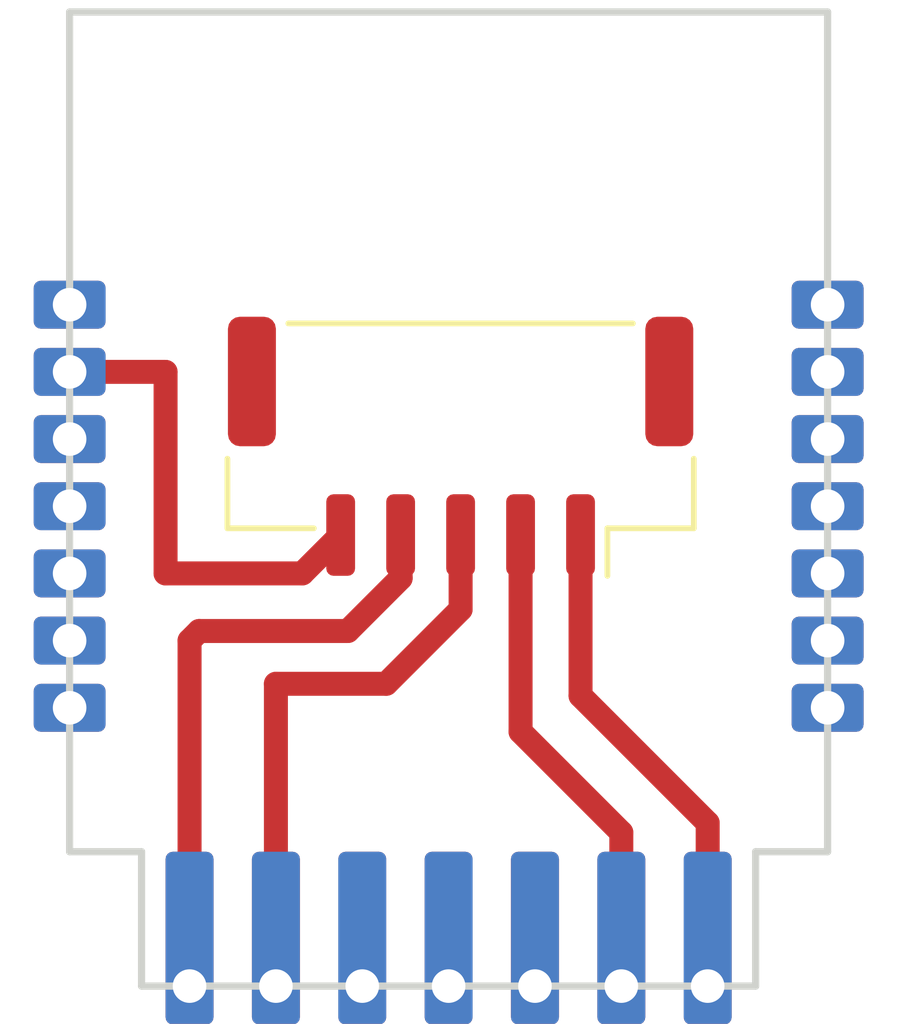
<source format=kicad_pcb>
(kicad_pcb (version 20241229) (generator "pcbnew") (generator_version "9.0")
  (layers (0 "F.Cu" signal) (2 "B.Cu" signal) (13 "F.Paste" user) (15 "B.Paste" user) (5 "F.SilkS" user "F.Silkscreen") (7 "B.SilkS" user "B.Silkscreen") (1 "F.Mask" user) (3 "B.Mask" user) (25 "Edge.Cuts" user))
  (net 0 "")
  (net 9 "Net-(J2-Pin_1)")
  (net 15 "Net-(J2-Pin_5)")
  (net 20 "Net-(J2-Pin_4)")
  (net 22 "Net-(J2-Pin_3)")
  (net 23 "Net-(J2-Pin_2)")
  (footprint "Connector_JST:JST_GH_SM05B-GHS-TB_1x05-1MP_P1.25mm_Horizontal" (layer "F.Cu") (at 108.35 108.6 180)
    (property "Reference" "J2" (hide yes))
    (property "Value" "Conn_01x05_MountingPin")
    (fp_line (start 4.86 -0.26) (end 4.86 -1.71) (stroke (width 0.12)) (layer "F.SilkS"))
    (fp_line (start 4.86 -1.71) (end 3.06 -1.71) (stroke (width 0.12)) (layer "F.SilkS"))
    (fp_line (start -3.06 -1.71) (end -3.06 -2.7) (stroke (width 0.12)) (layer "F.SilkS"))
    (fp_line (start -3.59 2.56) (end 3.59 2.56) (stroke (width 0.12)) (layer "F.SilkS"))
    (fp_line (start -4.86 -0.26) (end -4.86 -1.71) (stroke (width 0.12)) (layer "F.SilkS"))
    (fp_line (start -4.86 -1.71) (end -3.06 -1.71) (stroke (width 0.12)) (layer "F.SilkS"))
    (pad "1" smd roundrect (at -2.5 -1.85 180) (size 0.6 1.7) (layers "F.Cu" "F.Mask" "F.Paste") (net 9 "Net-(J2-Pin_1)"))
    (pad "2" smd roundrect (at -1.25 -1.85 180) (size 0.6 1.7) (layers "F.Cu" "F.Mask" "F.Paste") (net 23 "Net-(J2-Pin_2)"))
    (pad "3" smd roundrect (at 0 -1.85 180) (size 0.6 1.7) (layers "F.Cu" "F.Mask" "F.Paste") (net 22 "Net-(J2-Pin_3)"))
    (pad "4" smd roundrect (at 1.25 -1.85 180) (size 0.6 1.7) (layers "F.Cu" "F.Mask" "F.Paste") (net 20 "Net-(J2-Pin_4)"))
    (pad "5" smd roundrect (at 2.5 -1.85 180) (size 0.6 1.7) (layers "F.Cu" "F.Mask" "F.Paste") (net 15 "Net-(J2-Pin_5)"))
    (pad "MP" smd roundrect (at -4.35 1.35 180) (size 1 2.7) (layers "F.Cu" "F.Mask" "F.Paste"))
    (pad "MP" smd roundrect (at 4.35 1.35 180) (size 1 2.7) (layers "F.Cu" "F.Mask" "F.Paste"))
  )
  (footprint "Library:CBU Footprint" (layer "F.Cu") (at 100.2 99.55)
    (property "Reference" "U1" (hide yes))
    (property "Value" "CBU" (hide yes))
    (fp_line (start 0 0) (end 0 17.5) (stroke (width 0.15)) (layer "Edge.Cuts"))
    (fp_line (start 1.5 17.5) (end 0 17.5) (stroke (width 0.15)) (layer "Edge.Cuts"))
    (fp_line (start 1.5 20.3) (end 1.5 17.5) (stroke (width 0.15)) (layer "Edge.Cuts"))
    (fp_line (start 14.3 17.5) (end 15.8 17.5) (stroke (width 0.15)) (layer "Edge.Cuts"))
    (fp_line (start 14.3 20.3) (end 1.5 20.3) (stroke (width 0.15)) (layer "Edge.Cuts"))
    (fp_line (start 14.3 20.3) (end 14.3 17.5) (stroke (width 0.15)) (layer "Edge.Cuts"))
    (fp_line (start 15.8 0) (end 0 0) (stroke (width 0.15)) (layer "Edge.Cuts"))
    (fp_line (start 15.8 17.5) (end 15.8 0) (stroke (width 0.15)) (layer "Edge.Cuts"))
    (pad "1" thru_hole roundrect (at 0 6.1) (size 1.5 1) (drill 0.7) (property pad_prop_castellated) (layers "*.Cu" "*.Mask") (roundrect_rratio 0.15))
    (pad "2" thru_hole roundrect (at 0 7.5) (size 1.5 1) (drill 0.7) (property pad_prop_castellated) (layers "*.Cu" "*.Mask") (roundrect_rratio 0.15) (net 15 "Net-(J2-Pin_5)"))
    (pad "3" thru_hole roundrect (at 0 8.9) (size 1.5 1) (drill 0.7) (property pad_prop_castellated) (layers "*.Cu" "*.Mask") (roundrect_rratio 0.15))
    (pad "4" thru_hole roundrect (at 0 10.3) (size 1.5 1) (drill 0.7) (property pad_prop_castellated) (layers "*.Cu" "*.Mask") (roundrect_rratio 0.15))
    (pad "5" thru_hole roundrect (at 0 11.7) (size 1.5 1) (drill 0.7) (property pad_prop_castellated) (layers "*.Cu" "*.Mask") (roundrect_rratio 0.15))
    (pad "6" thru_hole roundrect (at 0 13.1) (size 1.5 1) (drill 0.7) (property pad_prop_castellated) (layers "*.Cu" "*.Mask") (roundrect_rratio 0.15))
    (pad "7" thru_hole roundrect (at 0 14.5) (size 1.5 1) (drill 0.7) (property pad_prop_castellated) (layers "*.Cu" "*.Mask") (roundrect_rratio 0.15))
    (pad "8" thru_hole roundrect (at 2.5 20.3 270) (size 3.6 1) (drill 0.7 (offset -1 0)) (property pad_prop_castellated) (layers "*.Cu" "*.Mask") (roundrect_rratio 0.15) (net 20 "Net-(J2-Pin_4)"))
    (pad "9" thru_hole roundrect (at 4.3 20.3 270) (size 3.6 1) (drill 0.7 (offset -1 0)) (property pad_prop_castellated) (layers "*.Cu" "*.Mask") (roundrect_rratio 0.15) (net 22 "Net-(J2-Pin_3)"))
    (pad "10" thru_hole roundrect (at 6.1 20.3 270) (size 3.6 1) (drill 0.7 (offset -1 0)) (property pad_prop_castellated) (layers "*.Cu" "*.Mask") (roundrect_rratio 0.15))
    (pad "11" thru_hole roundrect (at 7.9 20.3 270) (size 3.6 1) (drill 0.7 (offset -1 0)) (property pad_prop_castellated) (layers "*.Cu" "*.Mask") (roundrect_rratio 0.15))
    (pad "12" thru_hole roundrect (at 9.7 20.3 270) (size 3.6 1) (drill 0.7 (offset -1 0)) (property pad_prop_castellated) (layers "*.Cu" "*.Mask") (roundrect_rratio 0.15))
    (pad "13" thru_hole roundrect (at 11.5 20.3 270) (size 3.6 1) (drill 0.7 (offset -1 0)) (property pad_prop_castellated) (layers "*.Cu" "*.Mask") (roundrect_rratio 0.15) (net 23 "Net-(J2-Pin_2)"))
    (pad "14" thru_hole roundrect (at 13.3 20.3 270) (size 3.6 1) (drill 0.7 (offset -1 0)) (property pad_prop_castellated) (layers "*.Cu" "*.Mask") (roundrect_rratio 0.15) (net 9 "Net-(J2-Pin_1)"))
    (pad "15" thru_hole roundrect (at 15.8 14.5) (size 1.5 1) (drill 0.7) (property pad_prop_castellated) (layers "*.Cu" "*.Mask") (roundrect_rratio 0.15))
    (pad "16" thru_hole roundrect (at 15.8 13.1) (size 1.5 1) (drill 0.7) (property pad_prop_castellated) (layers "*.Cu" "*.Mask") (roundrect_rratio 0.15))
    (pad "17" thru_hole roundrect (at 15.8 11.7) (size 1.5 1) (drill 0.7) (property pad_prop_castellated) (layers "*.Cu" "*.Mask") (roundrect_rratio 0.15))
    (pad "18" thru_hole roundrect (at 15.8 10.3) (size 1.5 1) (drill 0.7) (property pad_prop_castellated) (layers "*.Cu" "*.Mask") (roundrect_rratio 0.15))
    (pad "19" thru_hole roundrect (at 15.8 8.9) (size 1.5 1) (drill 0.7) (property pad_prop_castellated) (layers "*.Cu" "*.Mask") (roundrect_rratio 0.15))
    (pad "20" thru_hole roundrect (at 15.8 7.5) (size 1.5 1) (drill 0.7) (property pad_prop_castellated) (layers "*.Cu" "*.Mask") (roundrect_rratio 0.15))
    (pad "21" thru_hole roundrect (at 15.8 6.1) (size 1.5 1) (drill 0.7) (property pad_prop_castellated) (layers "*.Cu" "*.Mask") (roundrect_rratio 0.15))
  )
  (segment (start 113.5 116.45) (end 110.85 113.8) (width 0.5) (layer "F.Cu") (net 9))
  (segment (start 113.5 119.85) (end 113.5 116.45) (width 0.5) (layer "F.Cu") (net 9))
  (segment (start 110.85 113.8) (end 110.85 110.45) (width 0.5) (layer "F.Cu") (net 9))
  (segment (start 102.2 111.25) (end 105.05 111.25) (width 0.5) (layer "F.Cu") (net 15))
  (segment (start 100.2 107.05) (end 102.2 107.05) (width 0.5) (layer "F.Cu") (net 15))
  (segment (start 105.05 111.25) (end 105.85 110.45) (width 0.5) (layer "F.Cu") (net 15))
  (segment (start 102.2 107.05) (end 102.2 111.25) (width 0.5) (layer "F.Cu") (net 15))
  (segment (start 102.7 112.65) (end 102.9 112.45) (width 0.5) (layer "F.Cu") (net 20))
  (segment (start 102.7 119.85) (end 102.7 112.65) (width 0.5) (layer "F.Cu") (net 20))
  (segment (start 107.1 111.35) (end 107.1 110.45) (width 0.5) (layer "F.Cu") (net 20))
  (segment (start 106 112.45) (end 107.1 111.35) (width 0.5) (layer "F.Cu") (net 20))
  (segment (start 102.9 112.45) (end 106 112.45) (width 0.5) (layer "F.Cu") (net 20))
  (segment (start 104.5 113.55) (end 106.8 113.55) (width 0.5) (layer "F.Cu") (net 22))
  (segment (start 104.5 119.85) (end 104.5 113.55) (width 0.5) (layer "F.Cu") (net 22))
  (segment (start 108.35 112) (end 108.35 110.45) (width 0.5) (layer "F.Cu") (net 22))
  (segment (start 106.8 113.55) (end 108.35 112) (width 0.5) (layer "F.Cu") (net 22))
  (segment (start 111.7 119.85) (end 111.7 116.65) (width 0.5) (layer "F.Cu") (net 23))
  (segment (start 111.7 116.65) (end 109.6 114.55) (width 0.5) (layer "F.Cu") (net 23))
  (segment (start 109.6 114.55) (end 109.6 110.45) (width 0.5) (layer "F.Cu") (net 23))
)
</source>
